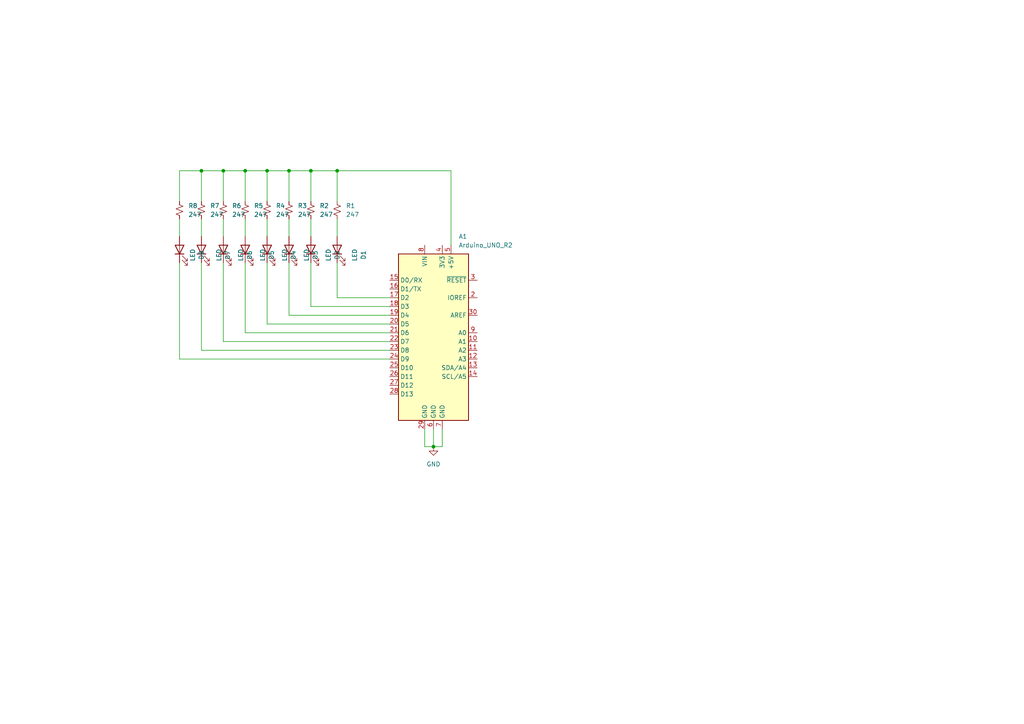
<source format=kicad_sch>
(kicad_sch (version 20230121) (generator eeschema)

  (uuid c63e828f-430f-42e5-97cc-8c2adcc2e460)

  (paper "A4")

  (title_block
    (title "ARDUINO_UNO_SHIELD")
    (date "2024-01-18")
    (rev "1")
  )

  (lib_symbols
    (symbol "Device:LED" (pin_numbers hide) (pin_names (offset 1.016) hide) (in_bom yes) (on_board yes)
      (property "Reference" "D" (at 0 2.54 0)
        (effects (font (size 1.27 1.27)))
      )
      (property "Value" "LED" (at 0 -2.54 0)
        (effects (font (size 1.27 1.27)))
      )
      (property "Footprint" "" (at 0 0 0)
        (effects (font (size 1.27 1.27)) hide)
      )
      (property "Datasheet" "~" (at 0 0 0)
        (effects (font (size 1.27 1.27)) hide)
      )
      (property "ki_keywords" "LED diode" (at 0 0 0)
        (effects (font (size 1.27 1.27)) hide)
      )
      (property "ki_description" "Light emitting diode" (at 0 0 0)
        (effects (font (size 1.27 1.27)) hide)
      )
      (property "ki_fp_filters" "LED* LED_SMD:* LED_THT:*" (at 0 0 0)
        (effects (font (size 1.27 1.27)) hide)
      )
      (symbol "LED_0_1"
        (polyline
          (pts
            (xy -1.27 -1.27)
            (xy -1.27 1.27)
          )
          (stroke (width 0.254) (type default))
          (fill (type none))
        )
        (polyline
          (pts
            (xy -1.27 0)
            (xy 1.27 0)
          )
          (stroke (width 0) (type default))
          (fill (type none))
        )
        (polyline
          (pts
            (xy 1.27 -1.27)
            (xy 1.27 1.27)
            (xy -1.27 0)
            (xy 1.27 -1.27)
          )
          (stroke (width 0.254) (type default))
          (fill (type none))
        )
        (polyline
          (pts
            (xy -3.048 -0.762)
            (xy -4.572 -2.286)
            (xy -3.81 -2.286)
            (xy -4.572 -2.286)
            (xy -4.572 -1.524)
          )
          (stroke (width 0) (type default))
          (fill (type none))
        )
        (polyline
          (pts
            (xy -1.778 -0.762)
            (xy -3.302 -2.286)
            (xy -2.54 -2.286)
            (xy -3.302 -2.286)
            (xy -3.302 -1.524)
          )
          (stroke (width 0) (type default))
          (fill (type none))
        )
      )
      (symbol "LED_1_1"
        (pin passive line (at -3.81 0 0) (length 2.54)
          (name "K" (effects (font (size 1.27 1.27))))
          (number "1" (effects (font (size 1.27 1.27))))
        )
        (pin passive line (at 3.81 0 180) (length 2.54)
          (name "A" (effects (font (size 1.27 1.27))))
          (number "2" (effects (font (size 1.27 1.27))))
        )
      )
    )
    (symbol "Device:R_Small_US" (pin_numbers hide) (pin_names (offset 0.254) hide) (in_bom yes) (on_board yes)
      (property "Reference" "R" (at 0.762 0.508 0)
        (effects (font (size 1.27 1.27)) (justify left))
      )
      (property "Value" "R_Small_US" (at 0.762 -1.016 0)
        (effects (font (size 1.27 1.27)) (justify left))
      )
      (property "Footprint" "" (at 0 0 0)
        (effects (font (size 1.27 1.27)) hide)
      )
      (property "Datasheet" "~" (at 0 0 0)
        (effects (font (size 1.27 1.27)) hide)
      )
      (property "ki_keywords" "r resistor" (at 0 0 0)
        (effects (font (size 1.27 1.27)) hide)
      )
      (property "ki_description" "Resistor, small US symbol" (at 0 0 0)
        (effects (font (size 1.27 1.27)) hide)
      )
      (property "ki_fp_filters" "R_*" (at 0 0 0)
        (effects (font (size 1.27 1.27)) hide)
      )
      (symbol "R_Small_US_1_1"
        (polyline
          (pts
            (xy 0 0)
            (xy 1.016 -0.381)
            (xy 0 -0.762)
            (xy -1.016 -1.143)
            (xy 0 -1.524)
          )
          (stroke (width 0) (type default))
          (fill (type none))
        )
        (polyline
          (pts
            (xy 0 1.524)
            (xy 1.016 1.143)
            (xy 0 0.762)
            (xy -1.016 0.381)
            (xy 0 0)
          )
          (stroke (width 0) (type default))
          (fill (type none))
        )
        (pin passive line (at 0 2.54 270) (length 1.016)
          (name "~" (effects (font (size 1.27 1.27))))
          (number "1" (effects (font (size 1.27 1.27))))
        )
        (pin passive line (at 0 -2.54 90) (length 1.016)
          (name "~" (effects (font (size 1.27 1.27))))
          (number "2" (effects (font (size 1.27 1.27))))
        )
      )
    )
    (symbol "MCU_Module:Arduino_UNO_R2" (in_bom yes) (on_board yes)
      (property "Reference" "A" (at -10.16 23.495 0)
        (effects (font (size 1.27 1.27)) (justify left bottom))
      )
      (property "Value" "Arduino_UNO_R2" (at 5.08 -26.67 0)
        (effects (font (size 1.27 1.27)) (justify left top))
      )
      (property "Footprint" "Module:Arduino_UNO_R2" (at 0 0 0)
        (effects (font (size 1.27 1.27) italic) hide)
      )
      (property "Datasheet" "https://www.arduino.cc/en/Main/arduinoBoardUno" (at 0 0 0)
        (effects (font (size 1.27 1.27)) hide)
      )
      (property "ki_keywords" "Arduino UNO R3 Microcontroller Module Atmel AVR USB" (at 0 0 0)
        (effects (font (size 1.27 1.27)) hide)
      )
      (property "ki_description" "Arduino UNO Microcontroller Module, release 2" (at 0 0 0)
        (effects (font (size 1.27 1.27)) hide)
      )
      (property "ki_fp_filters" "Arduino*UNO*R2*" (at 0 0 0)
        (effects (font (size 1.27 1.27)) hide)
      )
      (symbol "Arduino_UNO_R2_0_1"
        (rectangle (start -10.16 22.86) (end 10.16 -25.4)
          (stroke (width 0.254) (type default))
          (fill (type background))
        )
      )
      (symbol "Arduino_UNO_R2_1_1"
        (pin no_connect line (at -10.16 -20.32 0) (length 2.54) hide
          (name "NC" (effects (font (size 1.27 1.27))))
          (number "1" (effects (font (size 1.27 1.27))))
        )
        (pin bidirectional line (at 12.7 -2.54 180) (length 2.54)
          (name "A1" (effects (font (size 1.27 1.27))))
          (number "10" (effects (font (size 1.27 1.27))))
        )
        (pin bidirectional line (at 12.7 -5.08 180) (length 2.54)
          (name "A2" (effects (font (size 1.27 1.27))))
          (number "11" (effects (font (size 1.27 1.27))))
        )
        (pin bidirectional line (at 12.7 -7.62 180) (length 2.54)
          (name "A3" (effects (font (size 1.27 1.27))))
          (number "12" (effects (font (size 1.27 1.27))))
        )
        (pin bidirectional line (at 12.7 -10.16 180) (length 2.54)
          (name "SDA/A4" (effects (font (size 1.27 1.27))))
          (number "13" (effects (font (size 1.27 1.27))))
        )
        (pin bidirectional line (at 12.7 -12.7 180) (length 2.54)
          (name "SCL/A5" (effects (font (size 1.27 1.27))))
          (number "14" (effects (font (size 1.27 1.27))))
        )
        (pin bidirectional line (at -12.7 15.24 0) (length 2.54)
          (name "D0/RX" (effects (font (size 1.27 1.27))))
          (number "15" (effects (font (size 1.27 1.27))))
        )
        (pin bidirectional line (at -12.7 12.7 0) (length 2.54)
          (name "D1/TX" (effects (font (size 1.27 1.27))))
          (number "16" (effects (font (size 1.27 1.27))))
        )
        (pin bidirectional line (at -12.7 10.16 0) (length 2.54)
          (name "D2" (effects (font (size 1.27 1.27))))
          (number "17" (effects (font (size 1.27 1.27))))
        )
        (pin bidirectional line (at -12.7 7.62 0) (length 2.54)
          (name "D3" (effects (font (size 1.27 1.27))))
          (number "18" (effects (font (size 1.27 1.27))))
        )
        (pin bidirectional line (at -12.7 5.08 0) (length 2.54)
          (name "D4" (effects (font (size 1.27 1.27))))
          (number "19" (effects (font (size 1.27 1.27))))
        )
        (pin output line (at 12.7 10.16 180) (length 2.54)
          (name "IOREF" (effects (font (size 1.27 1.27))))
          (number "2" (effects (font (size 1.27 1.27))))
        )
        (pin bidirectional line (at -12.7 2.54 0) (length 2.54)
          (name "D5" (effects (font (size 1.27 1.27))))
          (number "20" (effects (font (size 1.27 1.27))))
        )
        (pin bidirectional line (at -12.7 0 0) (length 2.54)
          (name "D6" (effects (font (size 1.27 1.27))))
          (number "21" (effects (font (size 1.27 1.27))))
        )
        (pin bidirectional line (at -12.7 -2.54 0) (length 2.54)
          (name "D7" (effects (font (size 1.27 1.27))))
          (number "22" (effects (font (size 1.27 1.27))))
        )
        (pin bidirectional line (at -12.7 -5.08 0) (length 2.54)
          (name "D8" (effects (font (size 1.27 1.27))))
          (number "23" (effects (font (size 1.27 1.27))))
        )
        (pin bidirectional line (at -12.7 -7.62 0) (length 2.54)
          (name "D9" (effects (font (size 1.27 1.27))))
          (number "24" (effects (font (size 1.27 1.27))))
        )
        (pin bidirectional line (at -12.7 -10.16 0) (length 2.54)
          (name "D10" (effects (font (size 1.27 1.27))))
          (number "25" (effects (font (size 1.27 1.27))))
        )
        (pin bidirectional line (at -12.7 -12.7 0) (length 2.54)
          (name "D11" (effects (font (size 1.27 1.27))))
          (number "26" (effects (font (size 1.27 1.27))))
        )
        (pin bidirectional line (at -12.7 -15.24 0) (length 2.54)
          (name "D12" (effects (font (size 1.27 1.27))))
          (number "27" (effects (font (size 1.27 1.27))))
        )
        (pin bidirectional line (at -12.7 -17.78 0) (length 2.54)
          (name "D13" (effects (font (size 1.27 1.27))))
          (number "28" (effects (font (size 1.27 1.27))))
        )
        (pin power_in line (at -2.54 -27.94 90) (length 2.54)
          (name "GND" (effects (font (size 1.27 1.27))))
          (number "29" (effects (font (size 1.27 1.27))))
        )
        (pin input line (at 12.7 15.24 180) (length 2.54)
          (name "~{RESET}" (effects (font (size 1.27 1.27))))
          (number "3" (effects (font (size 1.27 1.27))))
        )
        (pin input line (at 12.7 5.08 180) (length 2.54)
          (name "AREF" (effects (font (size 1.27 1.27))))
          (number "30" (effects (font (size 1.27 1.27))))
        )
        (pin power_out line (at 2.54 25.4 270) (length 2.54)
          (name "3V3" (effects (font (size 1.27 1.27))))
          (number "4" (effects (font (size 1.27 1.27))))
        )
        (pin power_out line (at 5.08 25.4 270) (length 2.54)
          (name "+5V" (effects (font (size 1.27 1.27))))
          (number "5" (effects (font (size 1.27 1.27))))
        )
        (pin power_in line (at 0 -27.94 90) (length 2.54)
          (name "GND" (effects (font (size 1.27 1.27))))
          (number "6" (effects (font (size 1.27 1.27))))
        )
        (pin power_in line (at 2.54 -27.94 90) (length 2.54)
          (name "GND" (effects (font (size 1.27 1.27))))
          (number "7" (effects (font (size 1.27 1.27))))
        )
        (pin power_in line (at -2.54 25.4 270) (length 2.54)
          (name "VIN" (effects (font (size 1.27 1.27))))
          (number "8" (effects (font (size 1.27 1.27))))
        )
        (pin bidirectional line (at 12.7 0 180) (length 2.54)
          (name "A0" (effects (font (size 1.27 1.27))))
          (number "9" (effects (font (size 1.27 1.27))))
        )
      )
    )
    (symbol "power:GND" (power) (pin_names (offset 0)) (in_bom yes) (on_board yes)
      (property "Reference" "#PWR" (at 0 -6.35 0)
        (effects (font (size 1.27 1.27)) hide)
      )
      (property "Value" "GND" (at 0 -3.81 0)
        (effects (font (size 1.27 1.27)))
      )
      (property "Footprint" "" (at 0 0 0)
        (effects (font (size 1.27 1.27)) hide)
      )
      (property "Datasheet" "" (at 0 0 0)
        (effects (font (size 1.27 1.27)) hide)
      )
      (property "ki_keywords" "global power" (at 0 0 0)
        (effects (font (size 1.27 1.27)) hide)
      )
      (property "ki_description" "Power symbol creates a global label with name \"GND\" , ground" (at 0 0 0)
        (effects (font (size 1.27 1.27)) hide)
      )
      (symbol "GND_0_1"
        (polyline
          (pts
            (xy 0 0)
            (xy 0 -1.27)
            (xy 1.27 -1.27)
            (xy 0 -2.54)
            (xy -1.27 -1.27)
            (xy 0 -1.27)
          )
          (stroke (width 0) (type default))
          (fill (type none))
        )
      )
      (symbol "GND_1_1"
        (pin power_in line (at 0 0 270) (length 0) hide
          (name "GND" (effects (font (size 1.27 1.27))))
          (number "1" (effects (font (size 1.27 1.27))))
        )
      )
    )
  )

  (junction (at 77.47 49.53) (diameter 0) (color 0 0 0 0)
    (uuid 13cf6f6f-8436-457a-a573-10dc2cc75c48)
  )
  (junction (at 83.82 49.53) (diameter 0) (color 0 0 0 0)
    (uuid 29d6c81e-ff85-46c1-ab0d-771517167178)
  )
  (junction (at 71.12 49.53) (diameter 0) (color 0 0 0 0)
    (uuid 31498885-1219-49d9-9917-376daca8f1e8)
  )
  (junction (at 97.79 49.53) (diameter 0) (color 0 0 0 0)
    (uuid 3f5f6074-f1b9-4ca8-8fd3-e03ca3217ff8)
  )
  (junction (at 64.77 49.53) (diameter 0) (color 0 0 0 0)
    (uuid 535d223f-4428-48fc-98d3-fda51b00c23c)
  )
  (junction (at 90.17 49.53) (diameter 0) (color 0 0 0 0)
    (uuid 614eb277-ce76-4359-b441-fc1a92ed7393)
  )
  (junction (at 58.42 49.53) (diameter 0) (color 0 0 0 0)
    (uuid 780dfe3c-9af1-46ef-ab76-b87eee304cbc)
  )
  (junction (at 125.73 129.54) (diameter 0) (color 0 0 0 0)
    (uuid a5af3bfd-75a3-4016-8efa-52d4c7318607)
  )

  (wire (pts (xy 64.77 99.06) (xy 113.03 99.06))
    (stroke (width 0) (type default))
    (uuid 05188b23-d64e-4b4c-8f79-170366ad6e50)
  )
  (wire (pts (xy 125.73 124.46) (xy 125.73 129.54))
    (stroke (width 0) (type default))
    (uuid 052b3f7e-ac0c-4a5a-aa10-ad85181f2074)
  )
  (wire (pts (xy 90.17 76.2) (xy 90.17 88.9))
    (stroke (width 0) (type default))
    (uuid 0acbab63-b5fa-42fd-9759-27d2ddf42bd4)
  )
  (wire (pts (xy 52.07 49.53) (xy 52.07 58.42))
    (stroke (width 0) (type default))
    (uuid 0f3645a8-c61e-4d85-b858-b9fcd75e9cfb)
  )
  (wire (pts (xy 128.27 124.46) (xy 128.27 129.54))
    (stroke (width 0) (type default))
    (uuid 1627733f-06d8-46f8-9579-ae07bef55c2e)
  )
  (wire (pts (xy 90.17 49.53) (xy 83.82 49.53))
    (stroke (width 0) (type default))
    (uuid 1635ef95-6b9e-42d1-90ea-a02623913d4b)
  )
  (wire (pts (xy 52.07 104.14) (xy 113.03 104.14))
    (stroke (width 0) (type default))
    (uuid 179d5720-90ee-4896-94eb-03b7e4fe5b37)
  )
  (wire (pts (xy 125.73 129.54) (xy 128.27 129.54))
    (stroke (width 0) (type default))
    (uuid 2368495c-07d8-43b9-9778-8a440a9c8a51)
  )
  (wire (pts (xy 58.42 49.53) (xy 52.07 49.53))
    (stroke (width 0) (type default))
    (uuid 2e615776-6483-45f6-bd33-c12752f6cb40)
  )
  (wire (pts (xy 77.47 49.53) (xy 71.12 49.53))
    (stroke (width 0) (type default))
    (uuid 3196ed5d-b9e7-45e5-9738-d06b90f69648)
  )
  (wire (pts (xy 64.77 76.2) (xy 64.77 99.06))
    (stroke (width 0) (type default))
    (uuid 34dd8fcf-ff7f-4eff-886d-031e6d648dba)
  )
  (wire (pts (xy 90.17 63.5) (xy 90.17 68.58))
    (stroke (width 0) (type default))
    (uuid 3620eaee-2de2-472b-92de-af30ab6ee540)
  )
  (wire (pts (xy 71.12 63.5) (xy 71.12 68.58))
    (stroke (width 0) (type default))
    (uuid 3cfc7d8c-2a7b-4089-b32f-3b69fefe7305)
  )
  (wire (pts (xy 97.79 86.36) (xy 113.03 86.36))
    (stroke (width 0) (type default))
    (uuid 419ff2af-7207-4a96-8761-b0ee19f3ffd5)
  )
  (wire (pts (xy 77.47 49.53) (xy 77.47 58.42))
    (stroke (width 0) (type default))
    (uuid 44aa960d-d397-46fe-bc5a-b015ca46f181)
  )
  (wire (pts (xy 97.79 63.5) (xy 97.79 68.58))
    (stroke (width 0) (type default))
    (uuid 4efd629a-b8a7-4bd9-867b-d08729a8418a)
  )
  (wire (pts (xy 90.17 88.9) (xy 113.03 88.9))
    (stroke (width 0) (type default))
    (uuid 53e909cd-0246-4714-a31d-7a39e1002cd5)
  )
  (wire (pts (xy 71.12 96.52) (xy 113.03 96.52))
    (stroke (width 0) (type default))
    (uuid 5b1d755e-159a-4a0d-8118-4ae974350670)
  )
  (wire (pts (xy 130.81 49.53) (xy 97.79 49.53))
    (stroke (width 0) (type default))
    (uuid 5d053cf4-6bb8-4372-935f-5c533b12fda0)
  )
  (wire (pts (xy 83.82 63.5) (xy 83.82 68.58))
    (stroke (width 0) (type default))
    (uuid 5f3c1cfd-7991-43e2-9b72-4f37d5d1ba83)
  )
  (wire (pts (xy 58.42 63.5) (xy 58.42 68.58))
    (stroke (width 0) (type default))
    (uuid 6bb59a7b-618f-4e0f-9e10-57e340f83d01)
  )
  (wire (pts (xy 71.12 49.53) (xy 64.77 49.53))
    (stroke (width 0) (type default))
    (uuid 766e1320-84c4-443a-9b2f-fd0e40839ba4)
  )
  (wire (pts (xy 83.82 76.2) (xy 83.82 91.44))
    (stroke (width 0) (type default))
    (uuid 770d1345-8e5f-4cfa-b4a0-0799fa66f251)
  )
  (wire (pts (xy 97.79 76.2) (xy 97.79 86.36))
    (stroke (width 0) (type default))
    (uuid 783c6739-64ec-41dd-8441-bcaa92935830)
  )
  (wire (pts (xy 77.47 93.98) (xy 113.03 93.98))
    (stroke (width 0) (type default))
    (uuid 87e5e97f-fd60-456a-9cc2-3f8d10bcaa6b)
  )
  (wire (pts (xy 64.77 63.5) (xy 64.77 68.58))
    (stroke (width 0) (type default))
    (uuid 8c7980d5-c7c3-407e-b85e-7e9d2bb9810e)
  )
  (wire (pts (xy 83.82 49.53) (xy 77.47 49.53))
    (stroke (width 0) (type default))
    (uuid 8d551e88-89de-4edd-b226-01ed15d8943f)
  )
  (wire (pts (xy 52.07 76.2) (xy 52.07 104.14))
    (stroke (width 0) (type default))
    (uuid 8e69d281-fb97-4b9c-8212-64d21be2ec10)
  )
  (wire (pts (xy 71.12 49.53) (xy 71.12 58.42))
    (stroke (width 0) (type default))
    (uuid 905d9c55-2121-4301-84f5-956b5d73c815)
  )
  (wire (pts (xy 97.79 49.53) (xy 90.17 49.53))
    (stroke (width 0) (type default))
    (uuid a50b7dd6-c69b-4e13-aa32-712e7a53bb3a)
  )
  (wire (pts (xy 58.42 101.6) (xy 113.03 101.6))
    (stroke (width 0) (type default))
    (uuid af5e2321-c780-410c-a701-e363d91d80b3)
  )
  (wire (pts (xy 77.47 63.5) (xy 77.47 68.58))
    (stroke (width 0) (type default))
    (uuid b389001f-cc9f-4a99-801a-206098d1421a)
  )
  (wire (pts (xy 52.07 63.5) (xy 52.07 68.58))
    (stroke (width 0) (type default))
    (uuid c5e4e8f8-0829-423a-afc2-26b51db5e6ad)
  )
  (wire (pts (xy 90.17 49.53) (xy 90.17 58.42))
    (stroke (width 0) (type default))
    (uuid c675c2b6-0dfb-475b-9300-10486f594f3e)
  )
  (wire (pts (xy 71.12 76.2) (xy 71.12 96.52))
    (stroke (width 0) (type default))
    (uuid c975e366-411f-4b76-b286-0208bb250034)
  )
  (wire (pts (xy 83.82 91.44) (xy 113.03 91.44))
    (stroke (width 0) (type default))
    (uuid caa4cb30-a10f-49b7-ac2a-31c6bade8fa8)
  )
  (wire (pts (xy 64.77 49.53) (xy 58.42 49.53))
    (stroke (width 0) (type default))
    (uuid cb6d5b2b-c629-4059-9678-c15ff4c28e02)
  )
  (wire (pts (xy 123.19 124.46) (xy 123.19 129.54))
    (stroke (width 0) (type default))
    (uuid d6fdfb65-e0d5-42cd-a070-2504ea3f153c)
  )
  (wire (pts (xy 58.42 49.53) (xy 58.42 58.42))
    (stroke (width 0) (type default))
    (uuid dfb2e258-ed65-4525-a325-7f79d02c2f1b)
  )
  (wire (pts (xy 97.79 49.53) (xy 97.79 58.42))
    (stroke (width 0) (type default))
    (uuid e19f1e00-5ef6-48af-ab34-fdccb34e1287)
  )
  (wire (pts (xy 77.47 76.2) (xy 77.47 93.98))
    (stroke (width 0) (type default))
    (uuid e680ab32-7ac6-4c94-a7d8-8f005d47a35d)
  )
  (wire (pts (xy 64.77 49.53) (xy 64.77 58.42))
    (stroke (width 0) (type default))
    (uuid f14ebe9d-c840-4b09-ac45-66aabbf5f03f)
  )
  (wire (pts (xy 123.19 129.54) (xy 125.73 129.54))
    (stroke (width 0) (type default))
    (uuid f52e5565-790c-4e06-8345-786939bc1723)
  )
  (wire (pts (xy 58.42 76.2) (xy 58.42 101.6))
    (stroke (width 0) (type default))
    (uuid fbd5d68a-1ae1-429c-8ee8-1a0cbed9dd16)
  )
  (wire (pts (xy 130.81 71.12) (xy 130.81 49.53))
    (stroke (width 0) (type default))
    (uuid fca25a5c-a44a-412e-92d0-128726dd2805)
  )
  (wire (pts (xy 83.82 49.53) (xy 83.82 58.42))
    (stroke (width 0) (type default))
    (uuid fcc00a46-de2d-4e15-bc88-7c4819488ffc)
  )

  (symbol (lib_id "MCU_Module:Arduino_UNO_R2") (at 125.73 96.52 0) (unit 1)
    (in_bom yes) (on_board yes) (dnp no) (fields_autoplaced)
    (uuid 0c8fb80a-0333-4e5a-b425-36e778fc4ef4)
    (property "Reference" "A1" (at 133.0041 68.58 0)
      (effects (font (size 1.27 1.27)) (justify left))
    )
    (property "Value" "Arduino_UNO_R2" (at 133.0041 71.12 0)
      (effects (font (size 1.27 1.27)) (justify left))
    )
    (property "Footprint" "Module:Arduino_UNO_R2" (at 125.73 96.52 0)
      (effects (font (size 1.27 1.27) italic) hide)
    )
    (property "Datasheet" "https://www.arduino.cc/en/Main/arduinoBoardUno" (at 125.73 96.52 0)
      (effects (font (size 1.27 1.27)) hide)
    )
    (pin "8" (uuid 9f20fe26-a89f-4aba-95ca-6d802653dae8))
    (pin "9" (uuid f9c1ac6e-957f-4b7a-b7af-7d4ceb16ac08))
    (pin "7" (uuid 0afce92b-be35-405d-bea0-d5899a8e1758))
    (pin "24" (uuid af59248a-93ae-4bdc-bc21-607e9be93c7a))
    (pin "22" (uuid 1dd751e5-705f-4742-912a-5e4ab30ddfde))
    (pin "20" (uuid 8a72f112-4951-4f0d-abea-80d82b809b09))
    (pin "26" (uuid cf6d65f4-ee6e-4915-95a7-390950aa8eac))
    (pin "16" (uuid 3cac61d2-6d15-42e3-80b3-7305058c3fbb))
    (pin "5" (uuid 3438095e-2774-4d2d-8474-217270bb9acb))
    (pin "1" (uuid f777259b-1f7f-4df1-b556-54745126e5ae))
    (pin "2" (uuid 10cabc11-b89b-4bd9-a5db-5d46f454d792))
    (pin "4" (uuid b5d20791-d8a9-4e2a-aedf-a8f82aa458a1))
    (pin "6" (uuid b54a0c84-8702-482e-8642-ccfd5fdc1e0d))
    (pin "10" (uuid b460e4af-6d21-4064-8236-4053630bef50))
    (pin "11" (uuid dbfea32d-3742-4294-9a06-a2f8bdf55da3))
    (pin "25" (uuid 52d5772a-4901-41a0-a4af-09286ac2deaa))
    (pin "19" (uuid c7ec1459-9ba2-47f8-8d95-7709bf6553aa))
    (pin "14" (uuid ed993638-dcc9-4a81-bb9d-914eeb4b210b))
    (pin "15" (uuid bbd25cd2-2297-48cd-a55b-ac2416fbb119))
    (pin "21" (uuid df892e47-7f19-4b3d-97c2-147693ed2a56))
    (pin "27" (uuid 816b29da-4360-48eb-8e06-d3e5022858df))
    (pin "23" (uuid 7bfa2fa1-eec4-4c69-b582-b741c0411bc3))
    (pin "12" (uuid 664f0bdd-02d2-4c1f-9e30-af742f46d68e))
    (pin "28" (uuid d0812eb2-a741-439d-8cf7-4abd03849ff4))
    (pin "13" (uuid 33a27e1d-28f5-43e2-bd54-b7f1d1258901))
    (pin "29" (uuid dabfd47a-0d56-423e-8375-8abbb0c41855))
    (pin "3" (uuid 2f09d97b-d620-4ffe-985e-a31874928d4f))
    (pin "30" (uuid 1cb3e60a-7e76-4a69-b53c-74447a7c6059))
    (pin "17" (uuid 8a343231-3efc-43c8-99c5-8366a6c4cae6))
    (pin "18" (uuid 32699bbb-de79-4329-ac00-fa7685c46d99))
    (instances
      (project "arduino"
        (path "/c63e828f-430f-42e5-97cc-8c2adcc2e460"
          (reference "A1") (unit 1)
        )
      )
    )
  )

  (symbol (lib_id "Device:R_Small_US") (at 64.77 60.96 0) (unit 1)
    (in_bom yes) (on_board yes) (dnp no) (fields_autoplaced)
    (uuid 0ed844cd-6e5f-4a4e-a3f8-85df118b22cd)
    (property "Reference" "R6" (at 67.31 59.69 0)
      (effects (font (size 1.27 1.27)) (justify left))
    )
    (property "Value" "247" (at 67.31 62.23 0)
      (effects (font (size 1.27 1.27)) (justify left))
    )
    (property "Footprint" "Resistor_SMD:R_0603_1608Metric" (at 64.77 60.96 0)
      (effects (font (size 1.27 1.27)) hide)
    )
    (property "Datasheet" "~" (at 64.77 60.96 0)
      (effects (font (size 1.27 1.27)) hide)
    )
    (pin "2" (uuid ae5c4125-877b-41c1-8058-c3e02b95dd22))
    (pin "1" (uuid 23ec377c-d5c7-48ec-b7b8-eaacca9bf471))
    (instances
      (project "arduino"
        (path "/c63e828f-430f-42e5-97cc-8c2adcc2e460"
          (reference "R6") (unit 1)
        )
      )
    )
  )

  (symbol (lib_id "Device:R_Small_US") (at 77.47 60.96 0) (unit 1)
    (in_bom yes) (on_board yes) (dnp no) (fields_autoplaced)
    (uuid 2c2f3870-24ac-4339-b49b-83bede1c827b)
    (property "Reference" "R4" (at 80.01 59.69 0)
      (effects (font (size 1.27 1.27)) (justify left))
    )
    (property "Value" "247" (at 80.01 62.23 0)
      (effects (font (size 1.27 1.27)) (justify left))
    )
    (property "Footprint" "Resistor_SMD:R_0603_1608Metric" (at 77.47 60.96 0)
      (effects (font (size 1.27 1.27)) hide)
    )
    (property "Datasheet" "~" (at 77.47 60.96 0)
      (effects (font (size 1.27 1.27)) hide)
    )
    (pin "2" (uuid 2bf11c1c-777e-458a-acc4-555723b07a4d))
    (pin "1" (uuid 27ae48ed-c378-427b-9451-5b766dc74eec))
    (instances
      (project "arduino"
        (path "/c63e828f-430f-42e5-97cc-8c2adcc2e460"
          (reference "R4") (unit 1)
        )
      )
    )
  )

  (symbol (lib_id "Device:R_Small_US") (at 97.79 60.96 0) (unit 1)
    (in_bom yes) (on_board yes) (dnp no) (fields_autoplaced)
    (uuid 33e035a8-cabd-4385-8f39-45f4fe4ddbd1)
    (property "Reference" "R1" (at 100.33 59.69 0)
      (effects (font (size 1.27 1.27)) (justify left))
    )
    (property "Value" "247" (at 100.33 62.23 0)
      (effects (font (size 1.27 1.27)) (justify left))
    )
    (property "Footprint" "Resistor_SMD:R_0603_1608Metric" (at 97.79 60.96 0)
      (effects (font (size 1.27 1.27)) hide)
    )
    (property "Datasheet" "~" (at 97.79 60.96 0)
      (effects (font (size 1.27 1.27)) hide)
    )
    (pin "2" (uuid 802df15e-75b9-43c8-8a1b-c9b358665081))
    (pin "1" (uuid 1a97948d-480f-42db-b96b-7d719075d4ed))
    (instances
      (project "arduino"
        (path "/c63e828f-430f-42e5-97cc-8c2adcc2e460"
          (reference "R1") (unit 1)
        )
      )
    )
  )

  (symbol (lib_id "Device:LED") (at 83.82 72.39 90) (unit 1)
    (in_bom yes) (on_board yes) (dnp no) (fields_autoplaced)
    (uuid 457e7434-d3bb-4f4c-a1e3-9c0feb4fbe11)
    (property "Reference" "D3" (at 91.44 73.9775 0)
      (effects (font (size 1.27 1.27)))
    )
    (property "Value" "LED" (at 88.9 73.9775 0)
      (effects (font (size 1.27 1.27)))
    )
    (property "Footprint" "LED_SMD:LED_0805_2012Metric" (at 83.82 72.39 0)
      (effects (font (size 1.27 1.27)) hide)
    )
    (property "Datasheet" "~" (at 83.82 72.39 0)
      (effects (font (size 1.27 1.27)) hide)
    )
    (pin "2" (uuid 8f3e8c43-73b6-4d10-b34e-652274812d10))
    (pin "1" (uuid 25132663-97ca-412e-82b4-f3fda56373a3))
    (instances
      (project "arduino"
        (path "/c63e828f-430f-42e5-97cc-8c2adcc2e460"
          (reference "D3") (unit 1)
        )
      )
    )
  )

  (symbol (lib_id "Device:LED") (at 90.17 72.39 90) (unit 1)
    (in_bom yes) (on_board yes) (dnp no) (fields_autoplaced)
    (uuid 523222c5-1370-4bf7-af6d-3b6c3e9c7f34)
    (property "Reference" "D2" (at 97.79 73.9775 0)
      (effects (font (size 1.27 1.27)))
    )
    (property "Value" "LED" (at 95.25 73.9775 0)
      (effects (font (size 1.27 1.27)))
    )
    (property "Footprint" "LED_SMD:LED_0805_2012Metric" (at 90.17 72.39 0)
      (effects (font (size 1.27 1.27)) hide)
    )
    (property "Datasheet" "~" (at 90.17 72.39 0)
      (effects (font (size 1.27 1.27)) hide)
    )
    (pin "2" (uuid 6da799dd-1eab-4fc6-8394-5fbb2045acb9))
    (pin "1" (uuid 696756fc-c7f4-4a2c-9fd4-44916fa9068f))
    (instances
      (project "arduino"
        (path "/c63e828f-430f-42e5-97cc-8c2adcc2e460"
          (reference "D2") (unit 1)
        )
      )
    )
  )

  (symbol (lib_id "Device:LED") (at 77.47 72.39 90) (unit 1)
    (in_bom yes) (on_board yes) (dnp no) (fields_autoplaced)
    (uuid 5be9b80d-5b95-42e3-9e57-0d723d886619)
    (property "Reference" "D4" (at 85.09 73.9775 0)
      (effects (font (size 1.27 1.27)))
    )
    (property "Value" "LED" (at 82.55 73.9775 0)
      (effects (font (size 1.27 1.27)))
    )
    (property "Footprint" "LED_SMD:LED_0805_2012Metric" (at 77.47 72.39 0)
      (effects (font (size 1.27 1.27)) hide)
    )
    (property "Datasheet" "~" (at 77.47 72.39 0)
      (effects (font (size 1.27 1.27)) hide)
    )
    (pin "2" (uuid c168dc80-eb2d-40ef-b2f0-0cac00976bee))
    (pin "1" (uuid 90bb8bf2-8788-404a-8202-309f739bb475))
    (instances
      (project "arduino"
        (path "/c63e828f-430f-42e5-97cc-8c2adcc2e460"
          (reference "D4") (unit 1)
        )
      )
    )
  )

  (symbol (lib_id "Device:LED") (at 64.77 72.39 90) (unit 1)
    (in_bom yes) (on_board yes) (dnp no) (fields_autoplaced)
    (uuid 6098a595-e3ae-4c45-890c-2f2745effe19)
    (property "Reference" "D6" (at 72.39 73.9775 0)
      (effects (font (size 1.27 1.27)))
    )
    (property "Value" "LED" (at 69.85 73.9775 0)
      (effects (font (size 1.27 1.27)))
    )
    (property "Footprint" "LED_SMD:LED_0805_2012Metric" (at 64.77 72.39 0)
      (effects (font (size 1.27 1.27)) hide)
    )
    (property "Datasheet" "~" (at 64.77 72.39 0)
      (effects (font (size 1.27 1.27)) hide)
    )
    (pin "2" (uuid 1355d843-ddaf-4157-ad6a-88a59ac8cca0))
    (pin "1" (uuid 7577cf1d-ebde-42a5-86df-eb3601895637))
    (instances
      (project "arduino"
        (path "/c63e828f-430f-42e5-97cc-8c2adcc2e460"
          (reference "D6") (unit 1)
        )
      )
    )
  )

  (symbol (lib_id "power:GND") (at 125.73 129.54 0) (unit 1)
    (in_bom yes) (on_board yes) (dnp no) (fields_autoplaced)
    (uuid 6322e84a-929b-4ba8-8381-2acfbface13d)
    (property "Reference" "#PWR01" (at 125.73 135.89 0)
      (effects (font (size 1.27 1.27)) hide)
    )
    (property "Value" "GND" (at 125.73 134.62 0)
      (effects (font (size 1.27 1.27)))
    )
    (property "Footprint" "" (at 125.73 129.54 0)
      (effects (font (size 1.27 1.27)) hide)
    )
    (property "Datasheet" "" (at 125.73 129.54 0)
      (effects (font (size 1.27 1.27)) hide)
    )
    (pin "1" (uuid 3e0d273a-797a-4e47-8a28-2cc002f52287))
    (instances
      (project "arduino"
        (path "/c63e828f-430f-42e5-97cc-8c2adcc2e460"
          (reference "#PWR01") (unit 1)
        )
      )
    )
  )

  (symbol (lib_id "Device:R_Small_US") (at 58.42 60.96 0) (unit 1)
    (in_bom yes) (on_board yes) (dnp no) (fields_autoplaced)
    (uuid 65ff7feb-7892-425e-96f0-8d17a16c177d)
    (property "Reference" "R7" (at 60.96 59.69 0)
      (effects (font (size 1.27 1.27)) (justify left))
    )
    (property "Value" "247" (at 60.96 62.23 0)
      (effects (font (size 1.27 1.27)) (justify left))
    )
    (property "Footprint" "Resistor_SMD:R_0603_1608Metric" (at 58.42 60.96 0)
      (effects (font (size 1.27 1.27)) hide)
    )
    (property "Datasheet" "~" (at 58.42 60.96 0)
      (effects (font (size 1.27 1.27)) hide)
    )
    (pin "2" (uuid 803cc6bf-c947-486a-9131-be7835fa9b78))
    (pin "1" (uuid 0d4c15b4-f05d-48db-9d5d-aefdd78f94a9))
    (instances
      (project "arduino"
        (path "/c63e828f-430f-42e5-97cc-8c2adcc2e460"
          (reference "R7") (unit 1)
        )
      )
    )
  )

  (symbol (lib_id "Device:R_Small_US") (at 71.12 60.96 0) (unit 1)
    (in_bom yes) (on_board yes) (dnp no) (fields_autoplaced)
    (uuid 6806d16c-fb1f-4323-9639-4b166ed38138)
    (property "Reference" "R5" (at 73.66 59.69 0)
      (effects (font (size 1.27 1.27)) (justify left))
    )
    (property "Value" "247" (at 73.66 62.23 0)
      (effects (font (size 1.27 1.27)) (justify left))
    )
    (property "Footprint" "Resistor_SMD:R_0603_1608Metric" (at 71.12 60.96 0)
      (effects (font (size 1.27 1.27)) hide)
    )
    (property "Datasheet" "~" (at 71.12 60.96 0)
      (effects (font (size 1.27 1.27)) hide)
    )
    (pin "2" (uuid 975a95a2-6b20-444d-960d-dbb0215d3474))
    (pin "1" (uuid 73c6350f-e809-4203-83cd-383d95cce50d))
    (instances
      (project "arduino"
        (path "/c63e828f-430f-42e5-97cc-8c2adcc2e460"
          (reference "R5") (unit 1)
        )
      )
    )
  )

  (symbol (lib_id "Device:LED") (at 97.79 72.39 90) (unit 1)
    (in_bom yes) (on_board yes) (dnp no) (fields_autoplaced)
    (uuid 6b455258-7223-497f-ac91-bcf3f994d346)
    (property "Reference" "D1" (at 105.41 73.9775 0)
      (effects (font (size 1.27 1.27)))
    )
    (property "Value" "LED" (at 102.87 73.9775 0)
      (effects (font (size 1.27 1.27)))
    )
    (property "Footprint" "LED_SMD:LED_0805_2012Metric" (at 97.79 72.39 0)
      (effects (font (size 1.27 1.27)) hide)
    )
    (property "Datasheet" "~" (at 97.79 72.39 0)
      (effects (font (size 1.27 1.27)) hide)
    )
    (pin "2" (uuid dc61c885-5f73-41ae-b8da-61914ba9adca))
    (pin "1" (uuid b23063c4-db57-4eb3-ad87-1191fb324219))
    (instances
      (project "arduino"
        (path "/c63e828f-430f-42e5-97cc-8c2adcc2e460"
          (reference "D1") (unit 1)
        )
      )
    )
  )

  (symbol (lib_id "Device:LED") (at 58.42 72.39 90) (unit 1)
    (in_bom yes) (on_board yes) (dnp no) (fields_autoplaced)
    (uuid 6b65f773-4cc4-4b65-9114-5c1b987d2c97)
    (property "Reference" "D7" (at 66.04 73.9775 0)
      (effects (font (size 1.27 1.27)))
    )
    (property "Value" "LED" (at 63.5 73.9775 0)
      (effects (font (size 1.27 1.27)))
    )
    (property "Footprint" "LED_SMD:LED_0805_2012Metric" (at 58.42 72.39 0)
      (effects (font (size 1.27 1.27)) hide)
    )
    (property "Datasheet" "~" (at 58.42 72.39 0)
      (effects (font (size 1.27 1.27)) hide)
    )
    (pin "2" (uuid b7a49632-82c4-46bc-aec8-c2bb8ece95a0))
    (pin "1" (uuid b98f5496-e152-437e-ad1b-6e7da2ab19eb))
    (instances
      (project "arduino"
        (path "/c63e828f-430f-42e5-97cc-8c2adcc2e460"
          (reference "D7") (unit 1)
        )
      )
    )
  )

  (symbol (lib_id "Device:LED") (at 71.12 72.39 90) (unit 1)
    (in_bom yes) (on_board yes) (dnp no) (fields_autoplaced)
    (uuid 8164f466-0830-4e27-bb00-a22b8bcc65f0)
    (property "Reference" "D5" (at 78.74 73.9775 0)
      (effects (font (size 1.27 1.27)))
    )
    (property "Value" "LED" (at 76.2 73.9775 0)
      (effects (font (size 1.27 1.27)))
    )
    (property "Footprint" "LED_SMD:LED_0805_2012Metric" (at 71.12 72.39 0)
      (effects (font (size 1.27 1.27)) hide)
    )
    (property "Datasheet" "~" (at 71.12 72.39 0)
      (effects (font (size 1.27 1.27)) hide)
    )
    (pin "2" (uuid 34ef7c17-8b91-4a57-ad8b-4d4bfa394f7b))
    (pin "1" (uuid cd60626e-fc0f-4bc1-98a4-afd10cc3cf15))
    (instances
      (project "arduino"
        (path "/c63e828f-430f-42e5-97cc-8c2adcc2e460"
          (reference "D5") (unit 1)
        )
      )
    )
  )

  (symbol (lib_id "Device:R_Small_US") (at 52.07 60.96 0) (unit 1)
    (in_bom yes) (on_board yes) (dnp no) (fields_autoplaced)
    (uuid acc4a033-2f7e-449d-b3d7-f648398b967a)
    (property "Reference" "R8" (at 54.61 59.69 0)
      (effects (font (size 1.27 1.27)) (justify left))
    )
    (property "Value" "247" (at 54.61 62.23 0)
      (effects (font (size 1.27 1.27)) (justify left))
    )
    (property "Footprint" "Resistor_SMD:R_0603_1608Metric" (at 52.07 60.96 0)
      (effects (font (size 1.27 1.27)) hide)
    )
    (property "Datasheet" "~" (at 52.07 60.96 0)
      (effects (font (size 1.27 1.27)) hide)
    )
    (pin "2" (uuid 4c600e0c-65a3-4be1-8d81-d0992f07cec9))
    (pin "1" (uuid 6c5b0b67-7c09-40ee-94ec-c6b9984399fd))
    (instances
      (project "arduino"
        (path "/c63e828f-430f-42e5-97cc-8c2adcc2e460"
          (reference "R8") (unit 1)
        )
      )
    )
  )

  (symbol (lib_id "Device:R_Small_US") (at 83.82 60.96 0) (unit 1)
    (in_bom yes) (on_board yes) (dnp no) (fields_autoplaced)
    (uuid c34ba182-7b14-49c5-b3bb-774ce4b8cdf0)
    (property "Reference" "R3" (at 86.36 59.69 0)
      (effects (font (size 1.27 1.27)) (justify left))
    )
    (property "Value" "247" (at 86.36 62.23 0)
      (effects (font (size 1.27 1.27)) (justify left))
    )
    (property "Footprint" "Resistor_SMD:R_0603_1608Metric" (at 83.82 60.96 0)
      (effects (font (size 1.27 1.27)) hide)
    )
    (property "Datasheet" "~" (at 83.82 60.96 0)
      (effects (font (size 1.27 1.27)) hide)
    )
    (pin "2" (uuid bcc021b5-b1ff-457d-b65c-1f27e0f81d86))
    (pin "1" (uuid e774bc75-b3df-4275-9a48-321614b1ba39))
    (instances
      (project "arduino"
        (path "/c63e828f-430f-42e5-97cc-8c2adcc2e460"
          (reference "R3") (unit 1)
        )
      )
    )
  )

  (symbol (lib_id "Device:LED") (at 52.07 72.39 90) (unit 1)
    (in_bom yes) (on_board yes) (dnp no)
    (uuid dc61b2bc-4bb5-47d6-be40-2c6c31afe6fb)
    (property "Reference" "D8" (at 58.42 73.9775 0)
      (effects (font (size 1.27 1.27)))
    )
    (property "Value" "LED" (at 55.88 73.9775 0)
      (effects (font (size 1.27 1.27)))
    )
    (property "Footprint" "LED_SMD:LED_0805_2012Metric" (at 52.07 72.39 0)
      (effects (font (size 1.27 1.27)) hide)
    )
    (property "Datasheet" "~" (at 52.07 72.39 0)
      (effects (font (size 1.27 1.27)) hide)
    )
    (pin "2" (uuid 6bd2ba51-2e4f-4987-9c8c-7c5b7619f97c))
    (pin "1" (uuid 336ef707-4346-426e-ae61-d8e2821f81fb))
    (instances
      (project "arduino"
        (path "/c63e828f-430f-42e5-97cc-8c2adcc2e460"
          (reference "D8") (unit 1)
        )
      )
    )
  )

  (symbol (lib_id "Device:R_Small_US") (at 90.17 60.96 0) (unit 1)
    (in_bom yes) (on_board yes) (dnp no) (fields_autoplaced)
    (uuid e42158dc-912c-43f6-a03a-ee92f32c2ef0)
    (property "Reference" "R2" (at 92.71 59.69 0)
      (effects (font (size 1.27 1.27)) (justify left))
    )
    (property "Value" "247" (at 92.71 62.23 0)
      (effects (font (size 1.27 1.27)) (justify left))
    )
    (property "Footprint" "Resistor_SMD:R_0603_1608Metric" (at 90.17 60.96 0)
      (effects (font (size 1.27 1.27)) hide)
    )
    (property "Datasheet" "~" (at 90.17 60.96 0)
      (effects (font (size 1.27 1.27)) hide)
    )
    (pin "2" (uuid 4814abc3-8ff2-4d87-b402-6f0ed8b85961))
    (pin "1" (uuid a5e4fad7-db44-4e80-a59e-9f5cf749939e))
    (instances
      (project "arduino"
        (path "/c63e828f-430f-42e5-97cc-8c2adcc2e460"
          (reference "R2") (unit 1)
        )
      )
    )
  )

  (sheet_instances
    (path "/" (page "1"))
  )
)

</source>
